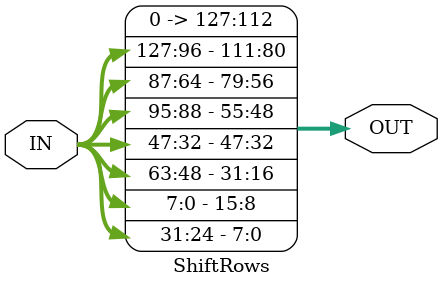
<source format=v>
module ShiftRows(
    input   [127:0]  IN,
    output  [127:0]  OUT
);

//シフト演算子使うと上位ビット消えることに留意
assign OUT = {IN[127:96], IN[87:64], IN[95:88], IN[47:32], IN[63:48], IN[7:0], IN[31:24]};


endmodule
</source>
